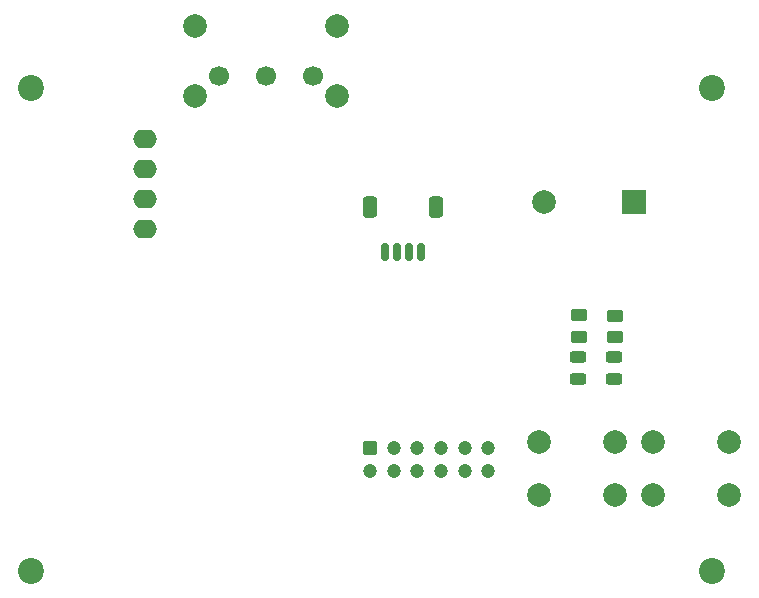
<source format=gbr>
%TF.GenerationSoftware,KiCad,Pcbnew,(7.99.0-200-gad838e3d73)*%
%TF.CreationDate,2024-03-07T11:40:56+07:00*%
%TF.ProjectId,WMS_PCB2,574d535f-5043-4423-922e-6b696361645f,rev?*%
%TF.SameCoordinates,Original*%
%TF.FileFunction,Soldermask,Bot*%
%TF.FilePolarity,Negative*%
%FSLAX46Y46*%
G04 Gerber Fmt 4.6, Leading zero omitted, Abs format (unit mm)*
G04 Created by KiCad (PCBNEW (7.99.0-200-gad838e3d73)) date 2024-03-07 11:40:56*
%MOMM*%
%LPD*%
G01*
G04 APERTURE LIST*
G04 Aperture macros list*
%AMRoundRect*
0 Rectangle with rounded corners*
0 $1 Rounding radius*
0 $2 $3 $4 $5 $6 $7 $8 $9 X,Y pos of 4 corners*
0 Add a 4 corners polygon primitive as box body*
4,1,4,$2,$3,$4,$5,$6,$7,$8,$9,$2,$3,0*
0 Add four circle primitives for the rounded corners*
1,1,$1+$1,$2,$3*
1,1,$1+$1,$4,$5*
1,1,$1+$1,$6,$7*
1,1,$1+$1,$8,$9*
0 Add four rect primitives between the rounded corners*
20,1,$1+$1,$2,$3,$4,$5,0*
20,1,$1+$1,$4,$5,$6,$7,0*
20,1,$1+$1,$6,$7,$8,$9,0*
20,1,$1+$1,$8,$9,$2,$3,0*%
G04 Aperture macros list end*
%ADD10C,2.000000*%
%ADD11C,1.700000*%
%ADD12C,2.200000*%
%ADD13RoundRect,0.250000X-0.350000X-0.350000X0.350000X-0.350000X0.350000X0.350000X-0.350000X0.350000X0*%
%ADD14C,1.200000*%
%ADD15RoundRect,0.150000X-0.150000X-0.625000X0.150000X-0.625000X0.150000X0.625000X-0.150000X0.625000X0*%
%ADD16RoundRect,0.250000X-0.350000X-0.650000X0.350000X-0.650000X0.350000X0.650000X-0.350000X0.650000X0*%
%ADD17RoundRect,0.250000X-0.450000X0.262500X-0.450000X-0.262500X0.450000X-0.262500X0.450000X0.262500X0*%
%ADD18R,2.000000X2.000000*%
%ADD19O,2.000000X1.600000*%
%ADD20RoundRect,0.243750X-0.456250X0.243750X-0.456250X-0.243750X0.456250X-0.243750X0.456250X0.243750X0*%
G04 APERTURE END LIST*
D10*
%TO.C,SW1*%
X232462000Y-99858000D03*
X238962000Y-99858000D03*
X232462000Y-104358000D03*
X238962000Y-104358000D03*
%TD*%
%TO.C,SW4*%
X215360000Y-70582500D03*
X215360000Y-64582500D03*
X203360000Y-70582500D03*
X203360000Y-64582500D03*
D11*
X213360000Y-68832500D03*
X209360000Y-68832500D03*
X205360000Y-68832500D03*
%TD*%
D12*
%TO.C,H7*%
X189484000Y-110744000D03*
%TD*%
%TO.C,H6*%
X247142000Y-69850000D03*
%TD*%
D10*
%TO.C,SW3*%
X242114000Y-99858000D03*
X248614000Y-99858000D03*
X242114000Y-104358000D03*
X248614000Y-104358000D03*
%TD*%
D12*
%TO.C,H8*%
X189484000Y-69850000D03*
%TD*%
D13*
%TO.C,J5*%
X218186000Y-100330000D03*
D14*
X218186000Y-102330000D03*
X220186000Y-100330000D03*
X220186000Y-102330000D03*
X222186000Y-100330000D03*
X222186000Y-102330000D03*
X224186000Y-100330000D03*
X224186000Y-102330000D03*
X226186000Y-100330000D03*
X226186000Y-102330000D03*
X228186000Y-100330000D03*
X228186000Y-102330000D03*
%TD*%
D12*
%TO.C,H5*%
X247142000Y-110744000D03*
%TD*%
D15*
%TO.C,U4*%
X219480000Y-83788000D03*
X220480000Y-83788000D03*
X221480000Y-83788000D03*
X222480000Y-83788000D03*
D16*
X218180000Y-79913000D03*
X223780000Y-79913000D03*
%TD*%
D17*
%TO.C,R2*%
X235839000Y-89107000D03*
X235839000Y-90932000D03*
%TD*%
D18*
%TO.C,BZ1*%
X240537999Y-79501999D03*
D10*
X232938000Y-79502000D03*
%TD*%
D19*
%TO.C,Brd1*%
X199135999Y-74167999D03*
X199135999Y-76707999D03*
X199135999Y-79247999D03*
X199135999Y-81787999D03*
%TD*%
D20*
%TO.C,D1*%
X238842000Y-92659500D03*
X238842000Y-94534500D03*
%TD*%
%TO.C,D2*%
X235802000Y-92659500D03*
X235802000Y-94534500D03*
%TD*%
D17*
%TO.C,R1*%
X238887000Y-89154000D03*
X238887000Y-90979000D03*
%TD*%
M02*

</source>
